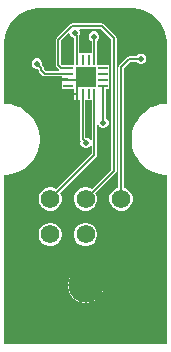
<source format=gbr>
%TF.GenerationSoftware,Altium Limited,Altium Designer,24.10.1 (45)*%
G04 Layer_Physical_Order=2*
G04 Layer_Color=16711680*
%FSLAX45Y45*%
%MOMM*%
%TF.SameCoordinates,CCCF952C-884B-4702-A857-54D5FC670F4C*%
%TF.FilePolarity,Positive*%
%TF.FileFunction,Copper,L2,Bot,Signal*%
%TF.Part,Single*%
G01*
G75*
%TA.AperFunction,Conductor*%
%ADD13C,0.18000*%
%TA.AperFunction,ComponentPad*%
%ADD14C,3.00000*%
%ADD15C,1.57000*%
%ADD16R,1.57000X1.57000*%
%TA.AperFunction,ViaPad*%
%ADD17C,0.50000*%
%TA.AperFunction,SMDPad,CuDef*%
%ADD18R,0.81280X0.25400*%
%ADD19R,0.25400X0.81280*%
%ADD20R,1.70180X1.70180*%
G36*
X3639621Y5379358D02*
X3678527Y5374235D01*
X3716432Y5364079D01*
X3752687Y5349062D01*
X3786671Y5329441D01*
X3817804Y5305552D01*
X3845552Y5277804D01*
X3869441Y5246671D01*
X3889062Y5212687D01*
X3904079Y5176432D01*
X3914236Y5138527D01*
X3919358Y5099621D01*
X3920000Y5080000D01*
Y4570000D01*
X3900337D01*
X3861347Y4564867D01*
X3823361Y4554688D01*
X3787029Y4539639D01*
X3752971Y4519976D01*
X3721772Y4496036D01*
X3693964Y4468228D01*
X3670024Y4437029D01*
X3650361Y4402971D01*
X3635311Y4366639D01*
X3625133Y4328653D01*
X3620000Y4289663D01*
Y4250337D01*
X3625133Y4211347D01*
X3635311Y4173361D01*
X3650361Y4137029D01*
X3670024Y4102971D01*
X3693964Y4071772D01*
X3721772Y4043964D01*
X3752971Y4020024D01*
X3787029Y4000361D01*
X3823361Y3985312D01*
X3861347Y3975133D01*
X3900337Y3970000D01*
X3920000D01*
Y2540000D01*
X2540000D01*
Y3970000D01*
X2559663D01*
X2598652Y3975133D01*
X2636639Y3985312D01*
X2672971Y4000361D01*
X2707029Y4020024D01*
X2738228Y4043964D01*
X2766036Y4071772D01*
X2789976Y4102971D01*
X2809639Y4137029D01*
X2824688Y4173361D01*
X2834867Y4211347D01*
X2840000Y4250337D01*
Y4289663D01*
X2834867Y4328653D01*
X2824688Y4366639D01*
X2809639Y4402971D01*
X2789976Y4437029D01*
X2766036Y4468228D01*
X2738228Y4496036D01*
X2707029Y4519976D01*
X2672971Y4539639D01*
X2636639Y4554688D01*
X2598652Y4564867D01*
X2559663Y4570000D01*
X2540000D01*
Y5080000D01*
X2540642Y5099621D01*
X2545764Y5138527D01*
X2555921Y5176432D01*
X2570938Y5212687D01*
X2590559Y5246671D01*
X2614448Y5277804D01*
X2642196Y5305552D01*
X2673329Y5329441D01*
X2707313Y5349062D01*
X2743568Y5364079D01*
X2781473Y5374235D01*
X2820379Y5379358D01*
X2840000Y5380000D01*
X3620000D01*
X3639621Y5379358D01*
D02*
G37*
%LPC*%
G36*
X3708951Y4995000D02*
X3691049D01*
X3674510Y4988149D01*
X3661851Y4975490D01*
X3660457Y4972125D01*
X3600000D01*
X3591533Y4970441D01*
X3584355Y4965645D01*
X3514355Y4895645D01*
X3509559Y4888466D01*
X3507875Y4880000D01*
Y3860546D01*
X3491980Y3856287D01*
X3469519Y3843319D01*
X3451180Y3824980D01*
X3438213Y3802519D01*
X3431500Y3777468D01*
Y3751532D01*
X3438213Y3726480D01*
X3451180Y3704020D01*
X3469519Y3685680D01*
X3491980Y3672713D01*
X3517032Y3666000D01*
X3542968D01*
X3568019Y3672713D01*
X3590480Y3685680D01*
X3608819Y3704020D01*
X3621787Y3726480D01*
X3628500Y3751532D01*
Y3777468D01*
X3621787Y3802519D01*
X3608819Y3824980D01*
X3590480Y3843319D01*
X3568019Y3856287D01*
X3552125Y3860546D01*
Y4870835D01*
X3609165Y4927875D01*
X3660457D01*
X3661851Y4924510D01*
X3674510Y4911851D01*
X3691049Y4905000D01*
X3708951D01*
X3725490Y4911851D01*
X3738149Y4924510D01*
X3745000Y4941049D01*
Y4958951D01*
X3738149Y4975490D01*
X3725490Y4988149D01*
X3708951Y4995000D01*
D02*
G37*
G36*
X3145000Y4645220D02*
X3129600D01*
Y4601880D01*
X3145000D01*
Y4645220D01*
D02*
G37*
G36*
X3370600Y5251525D02*
X3115396D01*
X3106929Y5249841D01*
X3099751Y5245045D01*
X2984355Y5129649D01*
X2979559Y5122471D01*
X2977875Y5114004D01*
Y4900000D01*
X2979559Y4891533D01*
X2984355Y4884355D01*
X3008885Y4859825D01*
X3008780Y4857811D01*
X3004799Y4847125D01*
X2892501D01*
X2875632Y4863994D01*
Y4873303D01*
X2873948Y4881770D01*
X2869152Y4888948D01*
X2860682Y4897417D01*
X2862554Y4901938D01*
Y4919840D01*
X2855703Y4936379D01*
X2843045Y4949038D01*
X2826505Y4955889D01*
X2808603D01*
X2792064Y4949038D01*
X2779405Y4936379D01*
X2772555Y4919840D01*
Y4901938D01*
X2779405Y4885398D01*
X2792064Y4872740D01*
X2808603Y4865889D01*
X2826505D01*
X2830941Y4855828D01*
X2831504Y4854213D01*
X2833066Y4846363D01*
X2837862Y4839185D01*
X2867691Y4809355D01*
X2874870Y4804559D01*
X2883336Y4802875D01*
X3031880D01*
Y4785000D01*
X3085220D01*
Y4765000D01*
X3031880D01*
Y4699600D01*
X3129600D01*
Y4665220D01*
X3155000D01*
Y4655220D01*
X3165000D01*
Y4601880D01*
X3182875D01*
Y4273659D01*
X3184559Y4265192D01*
X3189003Y4258542D01*
X3185021Y4248930D01*
Y4231028D01*
X3191872Y4214488D01*
X3204531Y4201830D01*
X3221070Y4194979D01*
X3238972D01*
X3255511Y4201830D01*
X3268170Y4214488D01*
X3270175Y4219328D01*
X3282875Y4216802D01*
Y4148665D01*
X2982270Y3848060D01*
X2968019Y3856287D01*
X2942968Y3863000D01*
X2917032D01*
X2891981Y3856287D01*
X2869520Y3843319D01*
X2851180Y3824980D01*
X2838213Y3802519D01*
X2831500Y3777468D01*
Y3751532D01*
X2838213Y3726480D01*
X2851180Y3704020D01*
X2869520Y3685680D01*
X2891981Y3672713D01*
X2917032Y3666000D01*
X2942968D01*
X2968019Y3672713D01*
X2990480Y3685680D01*
X3008819Y3704020D01*
X3021787Y3726480D01*
X3028500Y3751532D01*
Y3777468D01*
X3021787Y3802519D01*
X3013560Y3816770D01*
X3320645Y4123855D01*
X3325441Y4131033D01*
X3327125Y4139500D01*
Y4386874D01*
X3339825Y4389400D01*
X3341851Y4384510D01*
X3354510Y4371851D01*
X3371049Y4365000D01*
X3388951D01*
X3405491Y4371851D01*
X3418149Y4384510D01*
X3425000Y4401049D01*
Y4418951D01*
X3418149Y4435490D01*
X3405491Y4448149D01*
X3402125Y4449543D01*
Y4699600D01*
X3428120D01*
Y4799600D01*
Y4900400D01*
X3330400D01*
Y4998120D01*
X3327125D01*
Y5103486D01*
X3338149Y5114509D01*
X3345000Y5131049D01*
Y5148951D01*
X3338149Y5165490D01*
X3325490Y5178149D01*
X3308951Y5185000D01*
X3291049D01*
X3274510Y5178149D01*
X3261851Y5165490D01*
X3255000Y5148951D01*
Y5131049D01*
X3261851Y5114509D01*
X3274510Y5101851D01*
X3282875Y5098386D01*
Y4998120D01*
X3177125D01*
Y5143486D01*
X3178149Y5144510D01*
X3185000Y5161049D01*
Y5178951D01*
X3178149Y5195490D01*
X3178098Y5195542D01*
X3182958Y5207275D01*
X3361435D01*
X3447875Y5120836D01*
Y4013665D01*
X3282270Y3848060D01*
X3268019Y3856287D01*
X3242968Y3863000D01*
X3217032D01*
X3191980Y3856287D01*
X3169519Y3843319D01*
X3151180Y3824980D01*
X3138213Y3802519D01*
X3131500Y3777468D01*
Y3751532D01*
X3138213Y3726480D01*
X3151180Y3704020D01*
X3169519Y3685680D01*
X3191980Y3672713D01*
X3217032Y3666000D01*
X3242968D01*
X3268019Y3672713D01*
X3290480Y3685680D01*
X3308819Y3704020D01*
X3321787Y3726480D01*
X3328500Y3751532D01*
Y3777468D01*
X3321787Y3802519D01*
X3313560Y3816770D01*
X3485645Y3988855D01*
X3490441Y3996033D01*
X3492125Y4004500D01*
Y5130000D01*
X3490441Y5138467D01*
X3485645Y5145645D01*
X3386245Y5245045D01*
X3379067Y5249841D01*
X3370600Y5251525D01*
D02*
G37*
G36*
X3242968Y3563000D02*
X3217032D01*
X3191980Y3556287D01*
X3169519Y3543320D01*
X3151180Y3524981D01*
X3138213Y3502520D01*
X3131500Y3477468D01*
Y3451532D01*
X3138213Y3426481D01*
X3151180Y3404020D01*
X3169519Y3385681D01*
X3191980Y3372713D01*
X3217032Y3366000D01*
X3242968D01*
X3268019Y3372713D01*
X3290480Y3385681D01*
X3308819Y3404020D01*
X3321787Y3426481D01*
X3328500Y3451532D01*
Y3477468D01*
X3321787Y3502520D01*
X3308819Y3524981D01*
X3290480Y3543320D01*
X3268019Y3556287D01*
X3242968Y3563000D01*
D02*
G37*
G36*
X2942968D02*
X2917032D01*
X2891981Y3556287D01*
X2869520Y3543320D01*
X2851180Y3524981D01*
X2838213Y3502520D01*
X2831500Y3477468D01*
Y3451532D01*
X2838213Y3426481D01*
X2851180Y3404020D01*
X2869520Y3385681D01*
X2891981Y3372713D01*
X2917032Y3366000D01*
X2942968D01*
X2968019Y3372713D01*
X2990480Y3385681D01*
X3008819Y3404020D01*
X3021787Y3426481D01*
X3028500Y3451532D01*
Y3477468D01*
X3021787Y3502520D01*
X3008819Y3524981D01*
X2990480Y3543320D01*
X2968019Y3556287D01*
X2942968Y3563000D01*
D02*
G37*
G36*
X3244774Y3182500D02*
X3215226D01*
X3186247Y3176735D01*
X3158948Y3165428D01*
X3134381Y3149012D01*
X3113487Y3128119D01*
X3097072Y3103552D01*
X3085764Y3076253D01*
X3080000Y3047274D01*
Y3017726D01*
X3085764Y2988747D01*
X3097072Y2961448D01*
X3113487Y2936881D01*
X3134381Y2915987D01*
X3158948Y2899572D01*
X3186247Y2888264D01*
X3215226Y2882500D01*
X3244774D01*
X3273753Y2888264D01*
X3301052Y2899572D01*
X3325619Y2915987D01*
X3346512Y2936881D01*
X3362928Y2961448D01*
X3374235Y2988747D01*
X3380000Y3017726D01*
Y3047274D01*
X3374235Y3076253D01*
X3362928Y3103552D01*
X3346512Y3128119D01*
X3325619Y3149012D01*
X3301052Y3165428D01*
X3273753Y3176735D01*
X3244774Y3182500D01*
D02*
G37*
%LPD*%
G36*
X3095000Y5161121D02*
Y5161049D01*
X3101851Y5144510D01*
X3114510Y5131851D01*
X3131049Y5125000D01*
X3132875D01*
Y4998120D01*
X3129600D01*
Y4900400D01*
X3031880D01*
X3031880Y4900400D01*
Y4900401D01*
X3022972Y4908318D01*
X3022125Y4909165D01*
Y5104840D01*
X3083267Y5165981D01*
X3095000Y5161121D01*
D02*
G37*
G36*
X3282875Y4263155D02*
X3270175Y4260629D01*
X3268170Y4265469D01*
X3255511Y4278128D01*
X3238972Y4284978D01*
X3227125D01*
Y4601880D01*
X3282875D01*
Y4263155D01*
D02*
G37*
D13*
X3305000Y4944780D02*
Y5135000D01*
X3300000Y5140000D02*
X3305000Y5135000D01*
X3000000Y4900000D02*
Y5114004D01*
X3115396Y5229400D02*
X3370600D01*
X3140000Y5161341D02*
X3155000Y5146341D01*
X3140000Y5161341D02*
Y5170000D01*
X3000000Y5114004D02*
X3115396Y5229400D01*
X3155000Y4944780D02*
Y5146341D01*
X3370600Y5229400D02*
X3470000Y5130000D01*
X3530000Y4880000D02*
X3600000Y4950000D01*
X3700000D01*
X2853507Y4854830D02*
X2883336Y4825000D01*
X2853507Y4854830D02*
Y4873303D01*
X2817554Y4909255D02*
X2853507Y4873303D01*
X2817554Y4909255D02*
Y4910889D01*
X2883336Y4825000D02*
X3085220D01*
X2716123Y4756123D02*
X2956122D01*
X2710000Y4750000D02*
X2716123Y4756123D01*
X2975000Y4775000D02*
X3085220D01*
X2956122Y4756123D02*
X2975000Y4775000D01*
X3085220D02*
X3205000D01*
X3000000Y4900000D02*
X3025000Y4875000D01*
X3376300Y4725000D02*
X3380000Y4721300D01*
Y4410000D02*
Y4721300D01*
X3374780Y4725000D02*
X3376300D01*
X3530000Y3817693D02*
Y4880000D01*
X3470000Y4004500D02*
Y5130000D01*
X3305000Y4139500D02*
Y4655220D01*
X3205000Y4273659D02*
X3230021Y4248638D01*
Y4239979D02*
Y4248638D01*
X3205000Y4273659D02*
Y4655220D01*
X3530000Y3817693D02*
X3556596Y3791096D01*
X3530000Y3764500D02*
X3556596Y3791096D01*
X3230000Y3764500D02*
X3470000Y4004500D01*
X3025000Y4875000D02*
X3085220D01*
X2930000Y3764500D02*
X3305000Y4139500D01*
X3155000Y4725000D02*
X3205000Y4775000D01*
X3230000Y4800000D01*
X3155000Y4655220D02*
Y4725000D01*
D14*
X3230000Y3032500D02*
D03*
D15*
X2930000Y3764500D02*
D03*
X3230000D02*
D03*
X3530000D02*
D03*
X2930000Y3464500D02*
D03*
X3230000D02*
D03*
D16*
X3530000D02*
D03*
D17*
X3300000Y5140000D02*
D03*
X3140000Y5170000D02*
D03*
X2850000Y5250000D02*
D03*
X3700000Y4950000D02*
D03*
X3660000Y3940000D02*
D03*
X2930000Y4070000D02*
D03*
X3640000Y4690000D02*
D03*
X3690000Y5200000D02*
D03*
X2817554Y4910889D02*
D03*
X2710000Y4750000D02*
D03*
X3380000Y4410000D02*
D03*
X3230021Y4239979D02*
D03*
D18*
X3374780Y4875000D02*
D03*
Y4825000D02*
D03*
Y4775000D02*
D03*
Y4725000D02*
D03*
X3085220D02*
D03*
Y4775000D02*
D03*
Y4825000D02*
D03*
Y4875000D02*
D03*
D19*
X3305000Y4655220D02*
D03*
X3255000D02*
D03*
X3205000D02*
D03*
X3155000D02*
D03*
Y4944780D02*
D03*
X3205000D02*
D03*
X3255000D02*
D03*
X3305000D02*
D03*
D20*
X3230000Y4800000D02*
D03*
%TF.MD5,718efa1a7c2e31a90cbadb0115e70327*%
M02*

</source>
